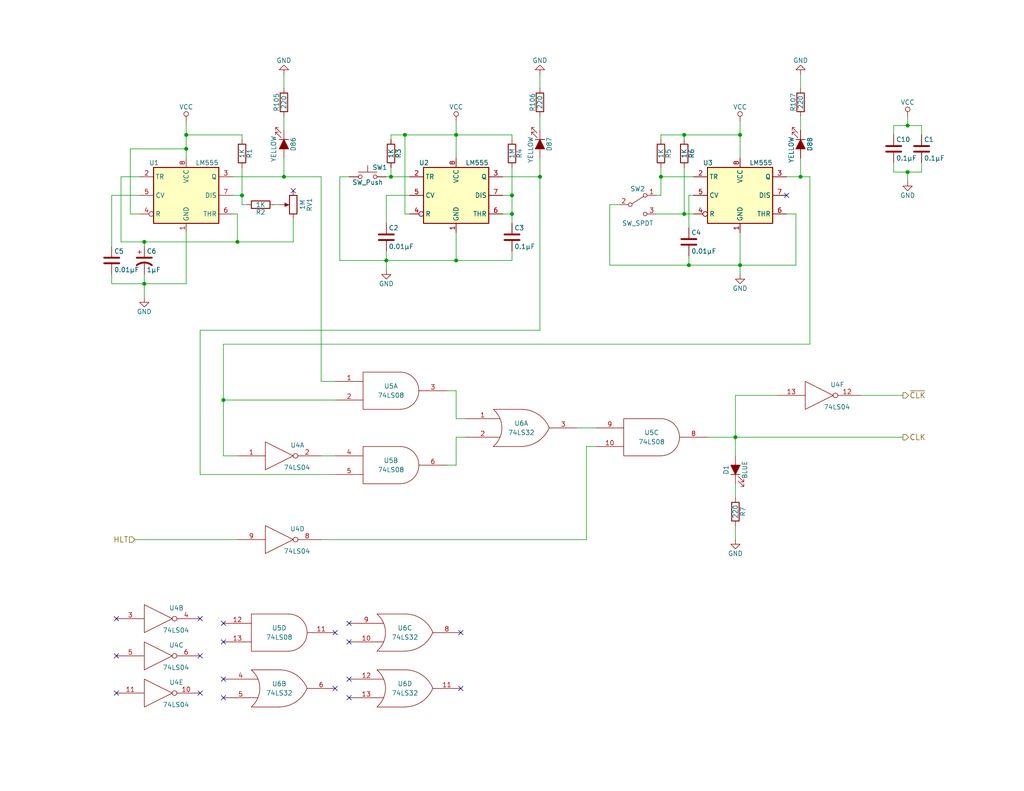
<source format=kicad_sch>
(kicad_sch (version 20231120) (generator "eeschema") (generator_version "8.0")
  (paper "USLetter")
  (lib_symbols
    (symbol "8bit-computer-rescue:74LS04-8bit-computer-rescue" (pin_names (offset 0.762))
      (property "Reference" "U" (at 4.953 2.921 0))
      (property "Value" "8bit-computer-rescue:74LS04" (at 4.826 -3.175 0))
      (symbol "74LS04-8bit-computer-rescue_0_0"
        (polyline (pts (xy -3.81 3.81) (xy -3.81 -3.81) (xy 3.81 0) (xy -3.81 3.81)))
        (pin power_in line (at -1.27 2.54 90) (length 0) hide (name "VCC") (number "14"))
        (pin power_in line (at -1.27 -2.54 90) (length 0) hide (name "GND") (number "7"))
      )
      (symbol "74LS04-8bit-computer-rescue_1_1"
        (pin input line (at -11.43 0 0) (length 7.62) (name "~") (number "1"))
        (pin output inverted (at 11.43 0 180) (length 7.62) (name "~") (number "2"))
      )
      (symbol "74LS04-8bit-computer-rescue_1_2"
        (pin input inverted (at -11.43 0 0) (length 7.62) (name "~") (number "1"))
        (pin output line (at 11.43 0 180) (length 7.62) (name "~") (number "2"))
      )
      (symbol "74LS04-8bit-computer-rescue_2_1"
        (pin input line (at -11.43 0 0) (length 7.62) (name "~") (number "3"))
        (pin output inverted (at 11.43 0 180) (length 7.62) (name "~") (number "4"))
      )
      (symbol "74LS04-8bit-computer-rescue_2_2"
        (pin input inverted (at -11.43 0 0) (length 7.62) (name "~") (number "3"))
        (pin output line (at 11.43 0 180) (length 7.62) (name "~") (number "4"))
      )
      (symbol "74LS04-8bit-computer-rescue_3_1"
        (pin input line (at -11.43 0 0) (length 7.62) (name "~") (number "5"))
        (pin output inverted (at 11.43 0 180) (length 7.62) (name "~") (number "6"))
      )
      (symbol "74LS04-8bit-computer-rescue_3_2"
        (pin input inverted (at -11.43 0 0) (length 7.62) (name "~") (number "5"))
        (pin output line (at 11.43 0 180) (length 7.62) (name "~") (number "6"))
      )
      (symbol "74LS04-8bit-computer-rescue_4_1"
        (pin output inverted (at 11.43 0 180) (length 7.62) (name "~") (number "8"))
        (pin input line (at -11.43 0 0) (length 7.62) (name "~") (number "9"))
      )
      (symbol "74LS04-8bit-computer-rescue_4_2"
        (pin output line (at 11.43 0 180) (length 7.62) (name "~") (number "8"))
        (pin input inverted (at -11.43 0 0) (length 7.62) (name "~") (number "9"))
      )
      (symbol "74LS04-8bit-computer-rescue_5_1"
        (pin output inverted (at 11.43 0 180) (length 7.62) (name "~") (number "10"))
        (pin input line (at -11.43 0 0) (length 7.62) (name "~") (number "11"))
      )
      (symbol "74LS04-8bit-computer-rescue_5_2"
        (pin output line (at 11.43 0 180) (length 7.62) (name "~") (number "10"))
        (pin input inverted (at -11.43 0 0) (length 7.62) (name "~") (number "11"))
      )
      (symbol "74LS04-8bit-computer-rescue_6_1"
        (pin output inverted (at 11.43 0 180) (length 7.62) (name "~") (number "12"))
        (pin input line (at -11.43 0 0) (length 7.62) (name "~") (number "13"))
      )
      (symbol "74LS04-8bit-computer-rescue_6_2"
        (pin output line (at 11.43 0 180) (length 7.62) (name "~") (number "12"))
        (pin input inverted (at -11.43 0 0) (length 7.62) (name "~") (number "13"))
      )
    )
    (symbol "8bit-computer-rescue:74LS08-8bit-computer-rescue" (pin_names (offset 0.762))
      (property "Reference" "U" (at 0 1.27 0))
      (property "Value" "8bit-computer-rescue:74LS08" (at 0 -1.27 0))
      (symbol "74LS08-8bit-computer-rescue_0_0"
        (pin power_in line (at -5.08 5.08 90) (length 0) hide (name "VCC") (number "14"))
        (pin power_in line (at -5.08 -5.08 90) (length 0) hide (name "GND") (number "7"))
      )
      (symbol "74LS08-8bit-computer-rescue_0_1"
        (polyline (pts (xy 2.54 5.08) (xy -7.62 5.08) (xy -7.62 -5.08) (xy 2.54 -5.08)))
        (arc (start 2.5654 -5.0546) (mid 7.5947 0.0001) (end 2.5654 5.08))
      )
      (symbol "74LS08-8bit-computer-rescue_0_2"
        (arc (start -7.62 -5.0292) (mid -5.3094 0.0082) (end -7.62 5.0546))
        (arc (start 0 -5.0546) (mid 4.5632 -3.6449) (end 7.5946 0.0508))
        (polyline (pts (xy -7.62 -5.08) (xy 0 -5.08)))
        (polyline (pts (xy -7.62 5.08) (xy 0 5.08)))
        (arc (start 7.62 0) (mid 4.6132 3.6946) (end 0.0508 5.08))
      )
      (symbol "74LS08-8bit-computer-rescue_1_1"
        (pin input line (at -15.24 2.54 0) (length 7.62) (name "~") (number "1"))
        (pin input line (at -15.24 -2.54 0) (length 7.62) (name "~") (number "2"))
        (pin output line (at 15.24 0 180) (length 7.62) (name "~") (number "3"))
      )
      (symbol "74LS08-8bit-computer-rescue_1_2"
        (pin input inverted (at -15.24 2.54 0) (length 9.398) (name "~") (number "1"))
        (pin input inverted (at -15.24 -2.54 0) (length 9.398) (name "~") (number "2"))
        (pin output inverted (at 15.24 0 180) (length 7.62) (name "~") (number "3"))
      )
      (symbol "74LS08-8bit-computer-rescue_2_1"
        (pin input line (at -15.24 2.54 0) (length 7.62) (name "~") (number "4"))
        (pin input line (at -15.24 -2.54 0) (length 7.62) (name "~") (number "5"))
        (pin output line (at 15.24 0 180) (length 7.62) (name "~") (number "6"))
      )
      (symbol "74LS08-8bit-computer-rescue_2_2"
        (pin input inverted (at -15.24 2.54 0) (length 9.398) (name "~") (number "4"))
        (pin input inverted (at -15.24 -2.54 0) (length 9.398) (name "~") (number "5"))
        (pin output inverted (at 15.24 0 180) (length 7.62) (name "~") (number "6"))
      )
      (symbol "74LS08-8bit-computer-rescue_3_1"
        (pin input line (at -15.24 -2.54 0) (length 7.62) (name "~") (number "10"))
        (pin output line (at 15.24 0 180) (length 7.62) (name "~") (number "8"))
        (pin input line (at -15.24 2.54 0) (length 7.62) (name "~") (number "9"))
      )
      (symbol "74LS08-8bit-computer-rescue_3_2"
        (pin input inverted (at -15.24 -2.54 0) (length 9.398) (name "~") (number "10"))
        (pin output inverted (at 15.24 0 180) (length 7.62) (name "~") (number "8"))
        (pin input inverted (at -15.24 2.54 0) (length 9.398) (name "~") (number "9"))
      )
      (symbol "74LS08-8bit-computer-rescue_4_1"
        (pin output line (at 15.24 0 180) (length 7.62) (name "~") (number "11"))
        (pin input line (at -15.24 2.54 0) (length 7.62) (name "~") (number "12"))
        (pin input line (at -15.24 -2.54 0) (length 7.62) (name "~") (number "13"))
      )
      (symbol "74LS08-8bit-computer-rescue_4_2"
        (pin output inverted (at 15.24 0 180) (length 7.62) (name "~") (number "11"))
        (pin input inverted (at -15.24 2.54 0) (length 9.398) (name "~") (number "12"))
        (pin input inverted (at -15.24 -2.54 0) (length 9.398) (name "~") (number "13"))
      )
    )
    (symbol "8bit-computer-rescue:74LS32-8bit-computer-rescue" (pin_names (offset 0.762))
      (property "Reference" "U" (at 0 1.27 0))
      (property "Value" "8bit-computer-rescue:74LS32" (at 0 -1.27 0))
      (symbol "74LS32-8bit-computer-rescue_0_0"
        (pin power_in line (at -5.08 5.08 90) (length 0) hide (name "VCC") (number "14"))
        (pin power_in line (at -5.08 -5.08 90) (length 0) hide (name "GND") (number "7"))
      )
      (symbol "74LS32-8bit-computer-rescue_0_1"
        (arc (start -7.62 -5.0292) (mid -5.3094 0.0082) (end -7.62 5.0546))
        (arc (start 0 -5.0546) (mid 4.5632 -3.6449) (end 7.5946 0.0508))
        (polyline (pts (xy -7.62 -5.08) (xy 0 -5.08)))
        (polyline (pts (xy -7.62 5.08) (xy 0 5.08)))
        (arc (start 7.62 0) (mid 4.6132 3.6946) (end 0.0508 5.08))
      )
      (symbol "74LS32-8bit-computer-rescue_0_2"
        (polyline (pts (xy 2.54 5.08) (xy -7.62 5.08) (xy -7.62 -5.08) (xy 2.54 -5.08)))
        (arc (start 2.5654 -5.0546) (mid 7.5947 0.0001) (end 2.5654 5.08))
      )
      (symbol "74LS32-8bit-computer-rescue_1_1"
        (pin input line (at -15.24 2.54 0) (length 9.398) (name "~") (number "1"))
        (pin input line (at -15.24 -2.54 0) (length 9.398) (name "~") (number "2"))
        (pin output line (at 15.24 0 180) (length 7.62) (name "~") (number "3"))
      )
      (symbol "74LS32-8bit-computer-rescue_1_2"
        (pin input inverted (at -15.24 2.54 0) (length 7.62) (name "~") (number "1"))
        (pin input inverted (at -15.24 -2.54 0) (length 7.62) (name "~") (number "2"))
        (pin output inverted (at 15.24 0 180) (length 7.62) (name "~") (number "3"))
      )
      (symbol "74LS32-8bit-computer-rescue_2_1"
        (pin input line (at -15.24 2.54 0) (length 9.398) (name "~") (number "4"))
        (pin input line (at -15.24 -2.54 0) (length 9.398) (name "~") (number "5"))
        (pin output line (at 15.24 0 180) (length 7.62) (name "~") (number "6"))
      )
      (symbol "74LS32-8bit-computer-rescue_2_2"
        (pin input inverted (at -15.24 2.54 0) (length 7.62) (name "~") (number "4"))
        (pin input inverted (at -15.24 -2.54 0) (length 7.62) (name "~") (number "5"))
        (pin output inverted (at 15.24 0 180) (length 7.62) (name "~") (number "6"))
      )
      (symbol "74LS32-8bit-computer-rescue_3_1"
        (pin input line (at -15.24 -2.54 0) (length 9.398) (name "~") (number "10"))
        (pin output line (at 15.24 0 180) (length 7.62) (name "~") (number "8"))
        (pin input line (at -15.24 2.54 0) (length 9.398) (name "~") (number "9"))
      )
      (symbol "74LS32-8bit-computer-rescue_3_2"
        (pin input inverted (at -15.24 -2.54 0) (length 7.62) (name "~") (number "10"))
        (pin output inverted (at 15.24 0 180) (length 7.62) (name "~") (number "8"))
        (pin input inverted (at -15.24 2.54 0) (length 7.62) (name "~") (number "9"))
      )
      (symbol "74LS32-8bit-computer-rescue_4_1"
        (pin output line (at 15.24 0 180) (length 7.62) (name "~") (number "11"))
        (pin input line (at -15.24 2.54 0) (length 9.398) (name "~") (number "12"))
        (pin input line (at -15.24 -2.54 0) (length 9.398) (name "~") (number "13"))
      )
      (symbol "74LS32-8bit-computer-rescue_4_2"
        (pin output inverted (at 15.24 0 180) (length 7.62) (name "~") (number "11"))
        (pin input inverted (at -15.24 2.54 0) (length 7.62) (name "~") (number "12"))
        (pin input inverted (at -15.24 -2.54 0) (length 7.62) (name "~") (number "13"))
      )
    )
    (symbol "8bit-computer-rescue:CP1-Device" (pin_numbers hide) (pin_names (offset 0.254) hide)
      (property "Reference" "C" (at 0.635 2.54 0))
      (property "Value" "Device:CP1" (at 0.635 -2.54 0))
      (symbol "CP1-Device_0_1"
        (polyline (pts (xy -2.032 0.762) (xy 2.032 0.762)) (stroke (width 0.508)))
        (polyline (pts (xy -1.778 2.286) (xy -0.762 2.286)))
        (polyline (pts (xy -1.27 1.778) (xy -1.27 2.794)))
        (arc (start 2.032 -1.27) (mid 0 -0.5572) (end -2.032 -1.27) (stroke (width 0.508)))
      )
      (symbol "CP1-Device_1_1"
        (pin passive line (at 0 3.81 270) (length 2.794) (name "~") (number "1"))
        (pin passive line (at 0 -3.81 90) (length 3.302) (name "~") (number "2"))
      )
    )
    (symbol "8bit-computer-rescue:GND-power" (power) (pin_names (offset 0))
      (property "Value" "power:GND" (at 0 -3.81 0))
      (symbol "GND-power_0_1"
        (polyline (pts (xy 0 0) (xy 0 -1.27) (xy 1.27 -1.27) (xy 0 -2.54) (xy -1.27 -1.27) (xy 0 -1.27)))
      )
      (symbol "GND-power_1_1"
        (pin power_in line (at 0 0 270) (length 0) hide (name "GND") (number "1"))
      )
    )
    (symbol "8bit-computer-rescue:LED_ALT-Device" (pin_numbers hide) (pin_names (offset 1.016) hide)
      (property "Reference" "D" (at 0 2.54 0))
      (property "Value" "Device:LED_ALT" (at 0 -2.54 0))
      (symbol "LED_ALT-Device_0_1"
        (polyline (pts (xy -1.27 -1.27) (xy -1.27 1.27)) (stroke (width 0.2032)))
        (polyline (pts (xy -1.27 0) (xy 1.27 0)))
        (polyline (pts (xy 1.27 -1.27) (xy 1.27 1.27) (xy -1.27 0) (xy 1.27 -1.27)) (stroke (width 0.2032)) (fill (type outline)))
        (polyline (pts (xy -3.048 -0.762) (xy -4.572 -2.286) (xy -3.81 -2.286) (xy -4.572 -2.286) (xy -4.572 -1.524)))
        (polyline (pts (xy -1.778 -0.762) (xy -3.302 -2.286) (xy -2.54 -2.286) (xy -3.302 -2.286) (xy -3.302 -1.524)))
      )
      (symbol "LED_ALT-Device_1_1"
        (pin passive line (at -3.81 0 0) (length 2.54) (name "K") (number "1"))
        (pin passive line (at 3.81 0 180) (length 2.54) (name "A") (number "2"))
      )
    )
    (symbol "8bit-computer-rescue:LM555-8bit-computer-rescue"
      (property "Reference" "U" (at -10.16 8.89 0))
      (property "Value" "8bit-computer-rescue:LM555" (at 2.54 8.89 0))
      (symbol "LM555-8bit-computer-rescue_0_0"
        (pin power_in line (at 0 -10.16 90) (length 2.54) (name "GND") (number "1"))
        (pin power_in line (at 0 10.16 270) (length 2.54) (name "VCC") (number "8"))
      )
      (symbol "LM555-8bit-computer-rescue_0_1"
        (rectangle (start -8.89 -7.62) (end 8.89 7.62) (stroke (width 0.254)) (fill (type background)))
        (rectangle (start -8.89 -7.62) (end 8.89 7.62) (stroke (width 0.254)) (fill (type background)))
      )
      (symbol "LM555-8bit-computer-rescue_1_1"
        (pin input line (at -12.7 5.08 0) (length 3.81) (name "TR") (number "2"))
        (pin output line (at 12.7 5.08 180) (length 3.81) (name "Q") (number "3"))
        (pin input inverted (at -12.7 -5.08 0) (length 3.81) (name "R") (number "4"))
        (pin input line (at -12.7 0 0) (length 3.81) (name "CV") (number "5"))
        (pin input line (at 12.7 -5.08 180) (length 3.81) (name "THR") (number "6"))
        (pin input line (at 12.7 0 180) (length 3.81) (name "DIS") (number "7"))
      )
    )
    (symbol "8bit-computer-rescue:POT-8bit-computer-rescue" (pin_numbers hide) (pin_names (offset 1.016) hide)
      (property "Reference" "RV" (at -4.445 0 90))
      (property "Value" "8bit-computer-rescue:POT" (at -2.54 0 90))
      (symbol "POT-8bit-computer-rescue_0_1"
        (polyline (pts (xy 2.54 0) (xy 1.524 0)))
        (polyline (pts (xy 1.143 0) (xy 2.286 0.508) (xy 2.286 -0.508)) (fill (type outline)))
        (rectangle (start 1.016 2.54) (end -1.016 -2.54) (stroke (width 0.254)))
      )
      (symbol "POT-8bit-computer-rescue_1_1"
        (pin passive line (at 0 3.81 270) (length 1.27) (name "1") (number "1"))
        (pin passive line (at 3.81 0 180) (length 1.27) (name "2") (number "2"))
        (pin passive line (at 0 -3.81 90) (length 1.27) (name "3") (number "3"))
      )
    )
    (symbol "8bit-computer-rescue:SW_Push-8bit-computer-rescue" (pin_numbers hide) (pin_names (offset 1.016) hide)
      (property "Reference" "SW" (at 1.27 2.54 0))
      (property "Value" "8bit-computer-rescue:SW_Push" (at 0 -1.524 0))
      (symbol "SW_Push-8bit-computer-rescue_0_1"
        (circle (center -2.032 0) (radius 0.508))
        (polyline (pts (xy 0 1.27) (xy 0 3.048)))
        (polyline (pts (xy 2.54 1.27) (xy -2.54 1.27)))
        (circle (center 2.032 0) (radius 0.508))
        (pin passive line (at -5.08 0 0) (length 2.54) (name "1") (number "1"))
        (pin passive line (at 5.08 0 180) (length 2.54) (name "2") (number "2"))
      )
    )
    (symbol "8bit-computer-rescue:SW_SPDT-8bit-computer-rescue" (pin_names (offset 0) hide)
      (property "Reference" "SW" (at 0 4.318 0))
      (property "Value" "8bit-computer-rescue:SW_SPDT" (at 0 -5.08 0))
      (symbol "SW_SPDT-8bit-computer-rescue_0_0"
        (circle (center -2.032 0) (radius 0.508))
        (circle (center 2.032 -2.54) (radius 0.508))
      )
      (symbol "SW_SPDT-8bit-computer-rescue_0_1"
        (polyline (pts (xy -1.524 0.254) (xy 1.651 2.286)))
        (circle (center 2.032 2.54) (radius 0.508))
      )
      (symbol "SW_SPDT-8bit-computer-rescue_1_1"
        (pin passive line (at 5.08 2.54 180) (length 2.54) (name "A") (number "1"))
        (pin passive line (at -5.08 0 0) (length 2.54) (name "B") (number "2"))
        (pin passive line (at 5.08 -2.54 180) (length 2.54) (name "C") (number "3"))
      )
    )
    (symbol "8bit-computer-rescue:VCC-power" (power) (pin_names (offset 0))
      (property "Value" "power:VCC" (at 0 3.81 0))
      (symbol "VCC-power_0_1"
        (polyline (pts (xy 0 0) (xy 0 1.27)))
        (circle (center 0 1.905) (radius 0.635))
      )
      (symbol "VCC-power_1_1"
        (pin power_in line (at 0 0 90) (length 0) hide (name "VCC") (number "1"))
      )
    )
    (symbol "Device:C" (pin_numbers hide) (pin_names (offset 0.254))
      (property "Reference" "C" (at 0.635 2.54 0))
      (property "Value" "C" (at 0.635 -2.54 0))
      (symbol "C_0_1"
        (polyline (pts (xy -2.032 -0.762) (xy 2.032 -0.762)) (stroke (width 0.508)))
        (polyline (pts (xy -2.032 0.762) (xy 2.032 0.762)) (stroke (width 0.508)))
      )
      (symbol "C_1_1"
        (pin passive line (at 0 3.81 270) (length 2.794) (name "~") (number "1"))
        (pin passive line (at 0 -3.81 90) (length 2.794) (name "~") (number "2"))
      )
    )
    (symbol "Device:R" (pin_numbers hide) (pin_names (offset 0))
      (property "Reference" "R" (at 2.032 0 90))
      (property "Value" "R" (at 0 0 90))
      (symbol "R_0_1"
        (rectangle (start -1.016 -2.54) (end 1.016 2.54) (stroke (width 0.254)))
      )
      (symbol "R_1_1"
        (pin passive line (at 0 3.81 270) (length 1.27) (name "~") (number "1"))
        (pin passive line (at 0 -3.81 90) (length 1.27) (name "~") (number "2"))
      )
    )
  )
  (junction (at 247.65 46.99))
  (junction (at 247.65 34.29))
  (junction (at 139.7 53.34))
  (junction (at 77.47 48.26))
  (junction (at 187.96 72.39))
  (junction (at 124.46 36.83))
  (junction (at 105.41 71.12))
  (junction (at 39.37 66.04))
  (junction (at 39.37 77.47))
  (junction (at 124.46 71.12))
  (junction (at 218.44 48.26))
  (junction (at 139.7 58.42))
  (junction (at 201.93 36.83))
  (junction (at 64.77 66.04))
  (junction (at 106.68 48.26))
  (junction (at 200.66 119.38))
  (junction (at 66.04 53.34))
  (junction (at 186.69 36.83))
  (junction (at 50.8 40.64))
  (junction (at 186.69 58.42))
  (junction (at 201.93 72.39))
  (junction (at 50.8 36.83))
  (junction (at 60.96 109.22))
  (junction (at 180.34 48.26))
  (junction (at 147.32 48.26))
  (junction (at 110.49 36.83))
  (no_connect (at 95.25 170.18))
  (no_connect (at 54.61 189.23))
  (no_connect (at 125.73 172.72))
  (no_connect (at 54.61 179.07))
  (no_connect (at 91.44 172.72))
  (no_connect (at 31.75 189.23))
  (no_connect (at 95.25 190.5))
  (no_connect (at 95.25 175.26))
  (no_connect (at 31.75 179.07))
  (no_connect (at 60.96 175.26))
  (no_connect (at 91.44 187.96))
  (no_connect (at 60.96 170.18))
  (no_connect (at 214.63 53.34))
  (no_connect (at 60.96 190.5))
  (no_connect (at 80.01 52.07))
  (no_connect (at 95.25 185.42))
  (no_connect (at 125.73 187.96))
  (no_connect (at 31.75 168.91))
  (no_connect (at 60.96 185.42))
  (no_connect (at 54.61 168.91))
  (wire (pts (xy 77.47 35.56) (xy 77.47 31.75)))
  (wire (pts (xy 179.07 58.42) (xy 186.69 58.42)))
  (wire (pts (xy 200.66 147.32) (xy 200.66 143.51)))
  (wire (pts (xy 64.77 58.42) (xy 63.5 58.42)))
  (wire (pts (xy 186.69 45.72) (xy 186.69 58.42)))
  (wire (pts (xy 251.46 44.45) (xy 251.46 46.99)))
  (wire (pts (xy 247.65 34.29) (xy 247.65 31.75)))
  (wire (pts (xy 66.04 36.83) (xy 50.8 36.83)))
  (wire (pts (xy 243.84 34.29) (xy 247.65 34.29)))
  (wire (pts (xy 121.92 106.68) (xy 124.46 106.68)))
  (wire (pts (xy 124.46 71.12) (xy 139.7 71.12)))
  (wire (pts (xy 50.8 40.64) (xy 50.8 43.18)))
  (wire (pts (xy 139.7 71.12) (xy 139.7 68.58)))
  (wire (pts (xy 217.17 58.42) (xy 214.63 58.42)))
  (wire (pts (xy 39.37 66.04) (xy 64.77 66.04)))
  (wire (pts (xy 220.98 48.26) (xy 218.44 48.26)))
  (wire (pts (xy 38.1 58.42) (xy 35.56 58.42)))
  (wire (pts (xy 64.77 66.04) (xy 80.01 66.04)))
  (wire (pts (xy 110.49 36.83) (xy 124.46 36.83)))
  (wire (pts (xy 147.32 90.17) (xy 54.61 90.17)))
  (wire (pts (xy 201.93 36.83) (xy 201.93 43.18)))
  (wire (pts (xy 105.41 48.26) (xy 106.68 48.26)))
  (wire (pts (xy 243.84 46.99) (xy 247.65 46.99)))
  (wire (pts (xy 168.91 55.88) (xy 166.37 55.88)))
  (wire (pts (xy 87.63 124.46) (xy 91.44 124.46)))
  (wire (pts (xy 105.41 71.12) (xy 124.46 71.12)))
  (wire (pts (xy 124.46 71.12) (xy 124.46 63.5)))
  (wire (pts (xy 201.93 63.5) (xy 201.93 72.39)))
  (wire (pts (xy 50.8 36.83) (xy 50.8 40.64)))
  (wire (pts (xy 60.96 93.98) (xy 60.96 109.22)))
  (wire (pts (xy 106.68 45.72) (xy 106.68 48.26)))
  (wire (pts (xy 251.46 34.29) (xy 251.46 36.83)))
  (wire (pts (xy 87.63 48.26) (xy 87.63 104.14)))
  (wire (pts (xy 38.1 53.34) (xy 30.48 53.34)))
  (wire (pts (xy 186.69 36.83) (xy 201.93 36.83)))
  (wire (pts (xy 50.8 33.02) (xy 50.8 36.83)))
  (wire (pts (xy 180.34 53.34) (xy 179.07 53.34)))
  (wire (pts (xy 54.61 90.17) (xy 54.61 129.54)))
  (wire (pts (xy 111.76 53.34) (xy 105.41 53.34)))
  (wire (pts (xy 66.04 45.72) (xy 66.04 53.34)))
  (wire (pts (xy 60.96 124.46) (xy 64.77 124.46)))
  (wire (pts (xy 166.37 72.39) (xy 187.96 72.39)))
  (wire (pts (xy 105.41 68.58) (xy 105.41 71.12)))
  (wire (pts (xy 64.77 66.04) (xy 64.77 58.42)))
  (wire (pts (xy 166.37 55.88) (xy 166.37 72.39)))
  (wire (pts (xy 35.56 40.64) (xy 50.8 40.64)))
  (wire (pts (xy 66.04 38.1) (xy 66.04 36.83)))
  (wire (pts (xy 39.37 77.47) (xy 39.37 81.28)))
  (wire (pts (xy 139.7 36.83) (xy 139.7 38.1)))
  (wire (pts (xy 201.93 33.02) (xy 201.93 36.83)))
  (wire (pts (xy 66.04 53.34) (xy 66.04 55.88)))
  (wire (pts (xy 187.96 72.39) (xy 201.93 72.39)))
  (wire (pts (xy 243.84 36.83) (xy 243.84 34.29)))
  (wire (pts (xy 124.46 114.3) (xy 127 114.3)))
  (wire (pts (xy 50.8 77.47) (xy 50.8 63.5)))
  (wire (pts (xy 201.93 72.39) (xy 201.93 74.93)))
  (wire (pts (xy 139.7 58.42) (xy 139.7 60.96)))
  (wire (pts (xy 147.32 48.26) (xy 147.32 90.17)))
  (wire (pts (xy 66.04 55.88) (xy 67.31 55.88)))
  (wire (pts (xy 180.34 36.83) (xy 186.69 36.83)))
  (wire (pts (xy 247.65 49.53) (xy 247.65 46.99)))
  (wire (pts (xy 92.71 48.26) (xy 92.71 71.12)))
  (wire (pts (xy 77.47 48.26) (xy 87.63 48.26)))
  (wire (pts (xy 124.46 119.38) (xy 124.46 127)))
  (wire (pts (xy 187.96 53.34) (xy 187.96 62.23)))
  (wire (pts (xy 106.68 48.26) (xy 111.76 48.26)))
  (wire (pts (xy 124.46 127) (xy 121.92 127)))
  (wire (pts (xy 186.69 38.1) (xy 186.69 36.83)))
  (wire (pts (xy 106.68 36.83) (xy 106.68 38.1)))
  (wire (pts (xy 95.25 48.26) (xy 92.71 48.26)))
  (wire (pts (xy 105.41 71.12) (xy 105.41 73.66)))
  (wire (pts (xy 180.34 38.1) (xy 180.34 36.83)))
  (wire (pts (xy 80.01 66.04) (xy 80.01 59.69)))
  (wire (pts (xy 39.37 74.93) (xy 39.37 77.47)))
  (wire (pts (xy 139.7 58.42) (xy 137.16 58.42)))
  (wire (pts (xy 106.68 36.83) (xy 110.49 36.83)))
  (wire (pts (xy 124.46 36.83) (xy 139.7 36.83)))
  (wire (pts (xy 137.16 48.26) (xy 147.32 48.26)))
  (wire (pts (xy 30.48 77.47) (xy 39.37 77.47)))
  (wire (pts (xy 63.5 53.34) (xy 66.04 53.34)))
  (wire (pts (xy 35.56 58.42) (xy 35.56 40.64)))
  (wire (pts (xy 60.96 109.22) (xy 91.44 109.22)))
  (wire (pts (xy 124.46 33.02) (xy 124.46 36.83)))
  (wire (pts (xy 110.49 58.42) (xy 111.76 58.42)))
  (wire (pts (xy 33.02 66.04) (xy 39.37 66.04)))
  (wire (pts (xy 218.44 48.26) (xy 214.63 48.26)))
  (wire (pts (xy 124.46 36.83) (xy 124.46 43.18)))
  (wire (pts (xy 30.48 53.34) (xy 30.48 67.31)))
  (wire (pts (xy 187.96 69.85) (xy 187.96 72.39)))
  (wire (pts (xy 36.83 147.32) (xy 64.77 147.32)))
  (wire (pts (xy 243.84 44.45) (xy 243.84 46.99)))
  (wire (pts (xy 139.7 45.72) (xy 139.7 53.34)))
  (wire (pts (xy 200.66 119.38) (xy 246.38 119.38)))
  (wire (pts (xy 201.93 72.39) (xy 217.17 72.39)))
  (wire (pts (xy 247.65 46.99) (xy 251.46 46.99)))
  (wire (pts (xy 39.37 66.04) (xy 39.37 67.31)))
  (wire (pts (xy 200.66 132.08) (xy 200.66 135.89)))
  (wire (pts (xy 218.44 48.26) (xy 218.44 43.18)))
  (wire (pts (xy 139.7 53.34) (xy 139.7 58.42)))
  (wire (pts (xy 63.5 48.26) (xy 77.47 48.26)))
  (wire (pts (xy 54.61 129.54) (xy 91.44 129.54)))
  (wire (pts (xy 189.23 53.34) (xy 187.96 53.34)))
  (wire (pts (xy 147.32 48.26) (xy 147.32 43.18)))
  (wire (pts (xy 180.34 48.26) (xy 189.23 48.26)))
  (wire (pts (xy 157.48 116.84) (xy 162.56 116.84)))
  (wire (pts (xy 38.1 48.26) (xy 33.02 48.26)))
  (wire (pts (xy 77.47 48.26) (xy 77.47 43.18)))
  (wire (pts (xy 30.48 74.93) (xy 30.48 77.47)))
  (wire (pts (xy 180.34 45.72) (xy 180.34 48.26)))
  (wire (pts (xy 105.41 53.34) (xy 105.41 60.96)))
  (wire (pts (xy 180.34 48.26) (xy 180.34 53.34)))
  (wire (pts (xy 124.46 106.68) (xy 124.46 114.3)))
  (wire (pts (xy 246.38 107.95) (xy 234.95 107.95)))
  (wire (pts (xy 217.17 72.39) (xy 217.17 58.42)))
  (wire (pts (xy 200.66 119.38) (xy 200.66 124.46)))
  (wire (pts (xy 39.37 77.47) (xy 50.8 77.47)))
  (wire (pts (xy 33.02 48.26) (xy 33.02 66.04)))
  (wire (pts (xy 92.71 71.12) (xy 105.41 71.12)))
  (wire (pts (xy 110.49 58.42) (xy 110.49 36.83)))
  (wire (pts (xy 160.02 147.32) (xy 160.02 121.92)))
  (wire (pts (xy 127 119.38) (xy 124.46 119.38)))
  (wire (pts (xy 193.04 119.38) (xy 200.66 119.38)))
  (wire (pts (xy 87.63 104.14) (xy 91.44 104.14)))
  (wire (pts (xy 74.93 55.88) (xy 76.2 55.88)))
  (wire (pts (xy 247.65 34.29) (xy 251.46 34.29)))
  (wire (pts (xy 87.63 147.32) (xy 160.02 147.32)))
  (wire (pts (xy 147.32 20.32) (xy 147.32 24.13)))
  (wire (pts (xy 77.47 20.32) (xy 77.47 24.13)))
  (wire (pts (xy 147.32 35.56) (xy 147.32 31.75)))
  (wire (pts (xy 218.44 35.56) (xy 218.44 31.75)))
  (wire (pts (xy 186.69 58.42) (xy 189.23 58.42)))
  (wire (pts (xy 137.16 53.34) (xy 139.7 53.34)))
  (wire (pts (xy 200.66 107.95) (xy 212.09 107.95)))
  (wire (pts (xy 160.02 121.92) (xy 162.56 121.92)))
  (wire (pts (xy 60.96 109.22) (xy 60.96 124.46)))
  (wire (pts (xy 220.98 93.98) (xy 220.98 48.26)))
  (wire (pts (xy 218.44 20.32) (xy 218.44 24.13)))
  (wire (pts (xy 200.66 107.95) (xy 200.66 119.38)))
  (wire (pts (xy 60.96 93.98) (xy 220.98 93.98)))
  (hierarchical_label "HLT" (shape input) (at 36.83 147.32 180) (effects (font (size 1.524 1.524))))
  (hierarchical_label "~{CLK}" (shape output) (at 246.38 107.95 0) (effects (font (size 1.524 1.524))))
  (hierarchical_label "CLK" (shape output) (at 246.38 119.38 0) (effects (font (size 1.524 1.524))))
  (symbol (lib_id "8bit-computer-rescue:LM555-8bit-computer-rescue") (at 50.8 53.34 0) (unit 1)
    (property "Reference" "U1" (at 40.64 44.45 0) (effects (justify left)))
    (property "Value" "LM555" (at 53.34 44.45 0) (effects (justify left)))
    (property "Footprint" "Package_DIP:DIP-8_W7.62mm" (effects (hide yes)))
  )
  (symbol (lib_id "Device:R") (at 66.04 41.91 0) (unit 1)
    (property "Reference" "R1" (at 68.072 41.91 90))
    (property "Value" "1K" (at 66.04 41.91 90))
    (property "Footprint" "Resistor_THT:R_Axial_DIN0207_L6.3mm_D2.5mm_P7.62mm_Horizontal" (effects (hide yes)))
  )
  (symbol (lib_id "Device:R") (at 106.68 41.91 0) (unit 1)
    (property "Reference" "R3" (at 108.712 41.91 90))
    (property "Value" "1K" (at 106.68 41.91 90))
    (property "Footprint" "Resistor_THT:R_Axial_DIN0207_L6.3mm_D2.5mm_P7.62mm_Horizontal" (effects (hide yes)))
  )
  (symbol (lib_id "Device:R") (at 186.69 41.91 0) (unit 1)
    (property "Reference" "R6" (at 188.722 41.91 90))
    (property "Value" "1K" (at 186.69 41.91 90))
    (property "Footprint" "Resistor_THT:R_Axial_DIN0207_L6.3mm_D2.5mm_P7.62mm_Horizontal" (effects (hide yes)))
  )
  (symbol (lib_id "Device:R") (at 180.34 41.91 0) (unit 1)
    (property "Reference" "R5" (at 182.372 41.91 90))
    (property "Value" "1K" (at 180.34 41.91 90))
    (property "Footprint" "Resistor_THT:R_Axial_DIN0207_L6.3mm_D2.5mm_P7.62mm_Horizontal" (effects (hide yes)))
  )
  (symbol (lib_id "Device:R") (at 139.7 41.91 0) (unit 1)
    (property "Reference" "R4" (at 141.732 41.91 90))
    (property "Value" "1M" (at 139.7 41.91 90))
    (property "Footprint" "Resistor_THT:R_Axial_DIN0207_L6.3mm_D2.5mm_P7.62mm_Horizontal" (effects (hide yes)))
  )
  (symbol (lib_id "8bit-computer-rescue:POT-8bit-computer-rescue") (at 80.01 55.88 180) (unit 1)
    (property "Reference" "RV1" (at 84.455 55.88 90))
    (property "Value" "1M" (at 82.55 55.88 90))
    (property "Footprint" "8bit-custom-footprints:Potentiometer-5.5mm" (effects (hide yes)))
  )
  (symbol (lib_id "Device:C") (at 30.48 71.12 0) (unit 1)
    (property "Reference" "C5" (at 31.115 68.58 0) (effects (justify left)))
    (property "Value" "0.01µF" (at 31.115 73.66 0) (effects (justify left)))
    (property "Footprint" "Capacitor_THT:C_Disc_D4.3mm_W1.9mm_P5.00mm" (effects (hide yes)))
  )
  (symbol (lib_id "Device:C") (at 105.41 64.77 0) (unit 1)
    (property "Reference" "C2" (at 106.045 62.23 0) (effects (justify left)))
    (property "Value" "0.01µF" (at 106.045 67.31 0) (effects (justify left)))
    (property "Footprint" "Capacitor_THT:C_Disc_D4.3mm_W1.9mm_P5.00mm" (effects (hide yes)))
  )
  (symbol (lib_id "Device:C") (at 187.96 66.04 0) (unit 1)
    (property "Reference" "C4" (at 188.595 63.5 0) (effects (justify left)))
    (property "Value" "0.01µF" (at 188.595 68.58 0) (effects (justify left)))
    (property "Footprint" "Capacitor_THT:C_Disc_D4.3mm_W1.9mm_P5.00mm" (effects (hide yes)))
  )
  (symbol (lib_id "Device:C") (at 139.7 64.77 0) (unit 1)
    (property "Reference" "C3" (at 140.335 62.23 0) (effects (justify left)))
    (property "Value" "0.1µF" (at 140.335 67.31 0) (effects (justify left)))
    (property "Footprint" "Capacitor_THT:C_Disc_D4.3mm_W1.9mm_P5.00mm" (effects (hide yes)))
  )
  (symbol (lib_id "Device:C") (at 251.46 40.64 0) (unit 1)
    (property "Reference" "C1" (at 252.095 38.1 0) (effects (justify left)))
    (property "Value" "0.1µF" (at 252.095 43.18 0) (effects (justify left)))
    (property "Footprint" "Capacitor_THT:C_Disc_D4.3mm_W1.9mm_P5.00mm" (effects (hide yes)))
  )
  (symbol (lib_id "8bit-computer-rescue:CP1-Device") (at 39.37 71.12 0) (unit 1)
    (property "Reference" "C6" (at 40.005 68.58 0) (effects (justify left)))
    (property "Value" "1µF" (at 40.005 73.66 0) (effects (justify left)))
    (property "Footprint" "Capacitor_THT:CP_Radial_D5.0mm_P2.00mm" (effects (hide yes)))
  )
  (symbol (lib_id "8bit-computer-rescue:LM555-8bit-computer-rescue") (at 201.93 53.34 0) (unit 1)
    (property "Reference" "U3" (at 191.77 44.45 0) (effects (justify left)))
    (property "Value" "LM555" (at 204.47 44.45 0) (effects (justify left)))
    (property "Footprint" "Package_DIP:DIP-8_W7.62mm" (effects (hide yes)))
  )
  (symbol (lib_id "8bit-computer-rescue:LM555-8bit-computer-rescue") (at 124.46 53.34 0) (unit 1)
    (property "Reference" "U2" (at 114.3 44.45 0) (effects (justify left)))
    (property "Value" "LM555" (at 127 44.45 0) (effects (justify left)))
    (property "Footprint" "Package_DIP:DIP-8_W7.62mm" (effects (hide yes)))
  )
  (symbol (lib_id "8bit-computer-rescue:74LS04-8bit-computer-rescue") (at 76.2 124.46 0) (unit 1)
    (property "Reference" "U4" (at 81.153 121.539 0))
    (property "Value" "74LS04" (at 81.026 127.635 0))
    (property "Footprint" "Package_DIP:DIP-14_W7.62mm" (effects (hide yes)))
  )
  (symbol (lib_id "8bit-computer-rescue:74LS08-8bit-computer-rescue") (at 106.68 106.68 0) (unit 1)
    (property "Reference" "U5" (at 106.68 105.41 0))
    (property "Value" "74LS08" (at 106.68 107.95 0))
    (property "Footprint" "Package_DIP:DIP-14_W7.62mm" (effects (hide yes)))
  )
  (symbol (lib_id "8bit-computer-rescue:74LS32-8bit-computer-rescue") (at 142.24 116.84 0) (unit 1)
    (property "Reference" "U6" (at 142.24 115.57 0))
    (property "Value" "74LS32" (at 142.24 118.11 0))
    (property "Footprint" "Package_DIP:DIP-14_W7.62mm" (effects (hide yes)))
  )
  (symbol (lib_id "8bit-computer-rescue:SW_SPDT-8bit-computer-rescue") (at 173.99 55.88 0) (unit 1)
    (property "Reference" "SW2" (at 173.99 51.562 0))
    (property "Value" "SW_SPDT" (at 173.99 60.96 0))
    (property "Footprint" "8bit-custom-footprints:DPDT-pushbutton" (effects (hide yes)))
  )
  (symbol (lib_id "8bit-computer-rescue:SW_Push-8bit-computer-rescue") (at 100.33 48.26 0) (unit 1)
    (property "Reference" "SW1" (at 101.6 45.72 0) (effects (justify left)))
    (property "Value" "SW_Push" (at 100.33 49.784 0))
    (property "Footprint" "Button_Switch_THT:SW_PUSH_6mm_H5mm" (effects (hide yes)))
  )
  (symbol (lib_id "8bit-computer-rescue:LED_ALT-Device") (at 200.66 128.27 90) (unit 1)
    (property "Reference" "D1" (at 198.12 128.27 0))
    (property "Value" "BLUE" (at 203.2 128.27 0))
    (property "Footprint" "LED_THT:LED_D5.0mm" (effects (hide yes)))
  )
  (symbol (lib_id "Device:R") (at 200.66 139.7 0) (unit 1)
    (property "Reference" "R7" (at 202.692 139.7 90))
    (property "Value" "220" (at 200.66 139.7 90))
    (property "Footprint" "Resistor_THT:R_Axial_DIN0207_L6.3mm_D2.5mm_P7.62mm_Horizontal" (effects (hide yes)))
  )
  (symbol (lib_id "8bit-computer-rescue:GND-power") (at 39.37 81.28 0) (unit 1)
    (property "Reference" "#PWR05" (effects (hide yes)))
    (property "Value" "GND" (at 39.37 85.09 0))
  )
  (symbol (lib_id "8bit-computer-rescue:GND-power") (at 105.41 73.66 0) (unit 1)
    (property "Reference" "#PWR06" (effects (hide yes)))
    (property "Value" "GND" (at 105.41 77.47 0))
  )
  (symbol (lib_id "8bit-computer-rescue:GND-power") (at 201.93 74.93 0) (unit 1)
    (property "Reference" "#PWR07" (effects (hide yes)))
    (property "Value" "GND" (at 201.93 78.74 0))
  )
  (symbol (lib_id "8bit-computer-rescue:74LS08-8bit-computer-rescue") (at 106.68 127 0) (unit 2)
    (property "Reference" "U5" (at 106.68 125.73 0))
    (property "Value" "74LS08" (at 106.68 128.27 0))
    (property "Footprint" "Package_DIP:DIP-14_W7.62mm" (effects (hide yes)))
  )
  (symbol (lib_id "8bit-computer-rescue:74LS08-8bit-computer-rescue") (at 177.8 119.38 0) (unit 3)
    (property "Reference" "U5" (at 177.8 118.11 0))
    (property "Value" "74LS08" (at 177.8 120.65 0))
    (property "Footprint" "Package_DIP:DIP-14_W7.62mm" (effects (hide yes)))
  )
  (symbol (lib_id "8bit-computer-rescue:74LS04-8bit-computer-rescue") (at 76.2 147.32 0) (unit 4)
    (property "Reference" "U4" (at 81.153 144.399 0))
    (property "Value" "74LS04" (at 81.026 150.495 0))
    (property "Footprint" "Package_DIP:DIP-14_W7.62mm" (effects (hide yes)))
  )
  (symbol (lib_id "8bit-computer-rescue:74LS04-8bit-computer-rescue") (at 223.52 107.95 0) (unit 6)
    (property "Reference" "U4" (at 228.473 105.029 0))
    (property "Value" "74LS04" (at 228.346 111.125 0))
    (property "Footprint" "Package_DIP:DIP-14_W7.62mm" (effects (hide yes)))
  )
  (symbol (lib_id "8bit-computer-rescue:GND-power") (at 200.66 147.32 0) (unit 1)
    (property "Reference" "#PWR08" (effects (hide yes)))
    (property "Value" "GND" (at 200.66 151.13 0))
  )
  (symbol (lib_id "8bit-computer-rescue:GND-power") (at 247.65 49.53 0) (unit 1)
    (property "Reference" "#PWR09" (effects (hide yes)))
    (property "Value" "GND" (at 247.65 53.34 0))
  )
  (symbol (lib_id "8bit-computer-rescue:74LS04-8bit-computer-rescue") (at 43.18 168.91 0) (unit 2)
    (property "Reference" "U4" (at 48.133 165.989 0))
    (property "Value" "74LS04" (at 48.006 172.085 0))
    (property "Footprint" "Package_DIP:DIP-14_W7.62mm" (effects (hide yes)))
  )
  (symbol (lib_id "8bit-computer-rescue:74LS04-8bit-computer-rescue") (at 43.18 179.07 0) (unit 3)
    (property "Reference" "U4" (at 48.133 176.149 0))
    (property "Value" "74LS04" (at 48.006 182.245 0))
    (property "Footprint" "Package_DIP:DIP-14_W7.62mm" (effects (hide yes)))
  )
  (symbol (lib_id "8bit-computer-rescue:74LS04-8bit-computer-rescue") (at 43.18 189.23 0) (unit 5)
    (property "Reference" "U4" (at 48.133 186.309 0))
    (property "Value" "74LS04" (at 48.006 192.405 0))
    (property "Footprint" "Package_DIP:DIP-14_W7.62mm" (effects (hide yes)))
  )
  (symbol (lib_id "8bit-computer-rescue:74LS08-8bit-computer-rescue") (at 76.2 172.72 0) (unit 4)
    (property "Reference" "U5" (at 76.2 171.45 0))
    (property "Value" "74LS08" (at 76.2 173.99 0))
    (property "Footprint" "Package_DIP:DIP-14_W7.62mm" (effects (hide yes)))
  )
  (symbol (lib_id "8bit-computer-rescue:74LS32-8bit-computer-rescue") (at 76.2 187.96 0) (unit 2)
    (property "Reference" "U6" (at 76.2 186.69 0))
    (property "Value" "74LS32" (at 76.2 189.23 0))
    (property "Footprint" "Package_DIP:DIP-14_W7.62mm" (effects (hide yes)))
  )
  (symbol (lib_id "8bit-computer-rescue:74LS32-8bit-computer-rescue") (at 110.49 172.72 0) (unit 3)
    (property "Reference" "U6" (at 110.49 171.45 0))
    (property "Value" "74LS32" (at 110.49 173.99 0))
    (property "Footprint" "Package_DIP:DIP-14_W7.62mm" (effects (hide yes)))
  )
  (symbol (lib_id "8bit-computer-rescue:74LS32-8bit-computer-rescue") (at 110.49 187.96 0) (unit 4)
    (property "Reference" "U6" (at 110.49 186.69 0))
    (property "Value" "74LS32" (at 110.49 189.23 0))
    (property "Footprint" "Package_DIP:DIP-14_W7.62mm" (effects (hide yes)))
  )
  (symbol (lib_id "8bit-computer-rescue:VCC-power") (at 50.8 33.02 0) (unit 1)
    (property "Reference" "#PWR010" (effects (hide yes)))
    (property "Value" "VCC" (at 50.8 29.21 0))
  )
  (symbol (lib_id "8bit-computer-rescue:VCC-power") (at 124.46 33.02 0) (unit 1)
    (property "Reference" "#PWR011" (effects (hide yes)))
    (property "Value" "VCC" (at 124.46 29.21 0))
  )
  (symbol (lib_id "8bit-computer-rescue:VCC-power") (at 201.93 33.02 0) (unit 1)
    (property "Reference" "#PWR012" (effects (hide yes)))
    (property "Value" "VCC" (at 201.93 29.21 0))
  )
  (symbol (lib_id "8bit-computer-rescue:VCC-power") (at 247.65 31.75 0) (unit 1)
    (property "Reference" "#PWR013" (effects (hide yes)))
    (property "Value" "VCC" (at 247.65 27.94 0))
  )
  (symbol (lib_id "Device:R") (at 71.12 55.88 270) (unit 1)
    (property "Reference" "R2" (at 71.12 57.912 90))
    (property "Value" "1K" (at 71.12 55.88 90))
    (property "Footprint" "Resistor_THT:R_Axial_DIN0207_L6.3mm_D2.5mm_P7.62mm_Horizontal" (effects (hide yes)))
  )
  (symbol (lib_id "Device:C") (at 243.84 40.64 0) (unit 1)
    (property "Reference" "C10" (at 244.475 38.1 0) (effects (justify left)))
    (property "Value" "0.1µF" (at 244.475 43.18 0) (effects (justify left)))
    (property "Footprint" "Capacitor_THT:C_Disc_D4.3mm_W1.9mm_P5.00mm" (effects (hide yes)))
  )
  (symbol (lib_id "8bit-computer-rescue:LED_ALT-Device") (at 147.32 39.37 270) (unit 1)
    (property "Reference" "D87" (at 149.86 39.37 0))
    (property "Value" "YELLOW" (at 144.78 40.894 0))
    (property "Footprint" "LED_THT:LED_D5.0mm" (effects (hide yes)))
  )
  (symbol (lib_id "Device:R") (at 77.47 27.94 180) (unit 1)
    (property "Reference" "R105" (at 75.438 27.94 90))
    (property "Value" "220" (at 77.47 27.94 90))
    (property "Footprint" "Resistor_THT:R_Axial_DIN0207_L6.3mm_D2.5mm_P7.62mm_Horizontal" (effects (hide yes)))
  )
  (symbol (lib_id "8bit-computer-rescue:LED_ALT-Device") (at 77.47 39.37 270) (unit 1)
    (property "Reference" "D86" (at 80.01 39.37 0))
    (property "Value" "YELLOW" (at 74.676 40.64 0))
    (property "Footprint" "LED_THT:LED_D5.0mm" (effects (hide yes)))
  )
  (symbol (lib_id "8bit-computer-rescue:GND-power") (at 77.47 20.32 180) (unit 1)
    (property "Reference" "#PWR080" (effects (hide yes)))
    (property "Value" "GND" (at 77.47 16.51 0))
  )
  (symbol (lib_id "8bit-computer-rescue:GND-power") (at 147.32 20.32 180) (unit 1)
    (property "Reference" "#PWR081" (effects (hide yes)))
    (property "Value" "GND" (at 147.32 16.51 0))
  )
  (symbol (lib_id "8bit-computer-rescue:GND-power") (at 218.44 20.32 180) (unit 1)
    (property "Reference" "#PWR082" (effects (hide yes)))
    (property "Value" "GND" (at 218.44 16.51 0))
  )
  (symbol (lib_id "8bit-computer-rescue:LED_ALT-Device") (at 218.44 39.37 270) (unit 1)
    (property "Reference" "D88" (at 220.98 39.37 0))
    (property "Value" "YELLOW" (at 215.9 40.894 0))
    (property "Footprint" "LED_THT:LED_D5.0mm" (effects (hide yes)))
  )
  (symbol (lib_id "Device:R") (at 218.44 27.94 180) (unit 1)
    (property "Reference" "R107" (at 216.408 27.94 90))
    (property "Value" "220" (at 218.44 27.94 90))
    (property "Footprint" "Resistor_THT:R_Axial_DIN0207_L6.3mm_D2.5mm_P7.62mm_Horizontal" (effects (hide yes)))
  )
  (symbol (lib_id "Device:R") (at 147.32 27.94 180) (unit 1)
    (property "Reference" "R106" (at 145.288 27.94 90))
    (property "Value" "220" (at 147.32 27.94 90))
    (property "Footprint" "Resistor_THT:R_Axial_DIN0207_L6.3mm_D2.5mm_P7.62mm_Horizontal" (effects (hide yes)))
  )
)
</source>
